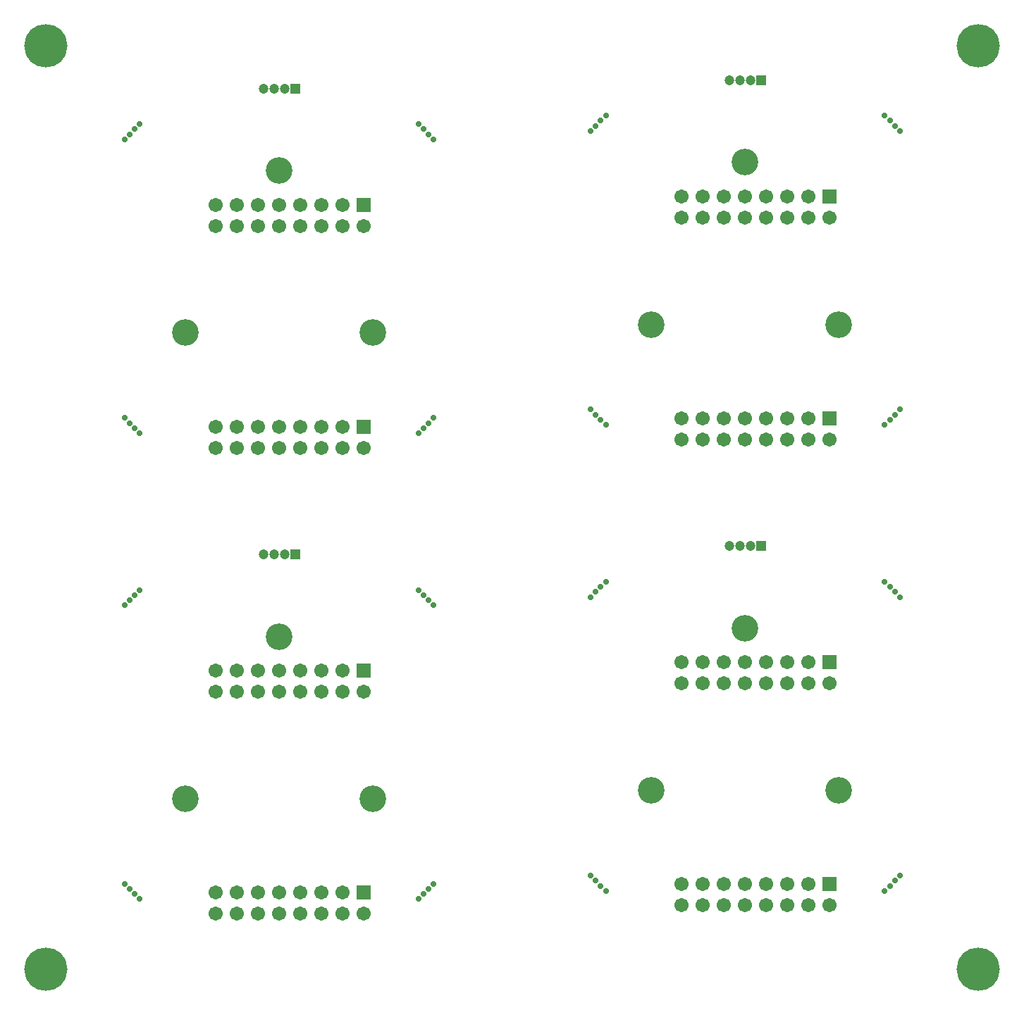
<source format=gbr>
G04*
G04 #@! TF.GenerationSoftware,Altium Limited,Altium Designer,22.4.2 (48)*
G04*
G04 Layer_Color=16711935*
%FSLAX25Y25*%
%MOIN*%
G70*
G04*
G04 #@! TF.SameCoordinates,07826E36-B380-4A6F-B001-D1C9A550E451*
G04*
G04*
G04 #@! TF.FilePolarity,Negative*
G04*
G01*
G75*
%ADD20C,0.20485*%
%ADD21C,0.02769*%
%ADD22C,0.04737*%
%ADD23R,0.04737X0.04737*%
%ADD24C,0.12611*%
%ADD25C,0.06706*%
%ADD26R,0.06706X0.06706*%
D20*
X-110236Y330709D02*
D03*
Y-106299D02*
D03*
X330709D02*
D03*
Y330709D02*
D03*
D21*
X286332Y297554D02*
D03*
X288844Y295211D02*
D03*
X291274Y292781D02*
D03*
X293617Y290269D02*
D03*
Y158550D02*
D03*
X291274Y156038D02*
D03*
X288844Y153608D02*
D03*
X286332Y151265D02*
D03*
X154613D02*
D03*
X152101Y153608D02*
D03*
X149671Y156038D02*
D03*
X147328Y158550D02*
D03*
X154613Y297554D02*
D03*
X152101Y295211D02*
D03*
X149671Y292781D02*
D03*
X147328Y290269D02*
D03*
X286332Y77081D02*
D03*
X288844Y74738D02*
D03*
X291274Y72309D02*
D03*
X293617Y69796D02*
D03*
Y-61922D02*
D03*
X291274Y-64435D02*
D03*
X288844Y-66864D02*
D03*
X286332Y-69207D02*
D03*
X154613D02*
D03*
X152101Y-66864D02*
D03*
X149671Y-64435D02*
D03*
X147328Y-61922D02*
D03*
X154613Y77081D02*
D03*
X152101Y74738D02*
D03*
X149671Y72309D02*
D03*
X147328Y69796D02*
D03*
X-73144Y65859D02*
D03*
X-70801Y68372D02*
D03*
X-68372Y70801D02*
D03*
X-65859Y73144D02*
D03*
X-73144Y-65859D02*
D03*
X-70801Y-68372D02*
D03*
X-68372Y-70801D02*
D03*
X-65859Y-73144D02*
D03*
X65859D02*
D03*
X68372Y-70801D02*
D03*
X70801Y-68372D02*
D03*
X73144Y-65859D02*
D03*
Y65859D02*
D03*
X70801Y68372D02*
D03*
X68372Y70801D02*
D03*
X65859Y73144D02*
D03*
X-73144Y286332D02*
D03*
X-70801Y288844D02*
D03*
X-68372Y291274D02*
D03*
X-65859Y293617D02*
D03*
X-73144Y154613D02*
D03*
X-70801Y152101D02*
D03*
X-68372Y149671D02*
D03*
X-65859Y147328D02*
D03*
X65859D02*
D03*
X68372Y149671D02*
D03*
X70801Y152101D02*
D03*
X73144Y154613D02*
D03*
Y286332D02*
D03*
X70801Y288844D02*
D03*
X68372Y291274D02*
D03*
X65859Y293617D02*
D03*
D22*
X212972Y314409D02*
D03*
X217972D02*
D03*
X222972D02*
D03*
X212972Y93937D02*
D03*
X217972D02*
D03*
X222972D02*
D03*
X-7500Y90000D02*
D03*
X-2500D02*
D03*
X2500D02*
D03*
X-7500Y310472D02*
D03*
X-2500D02*
D03*
X2500D02*
D03*
D23*
X227972Y314409D02*
D03*
Y93937D02*
D03*
X7500Y90000D02*
D03*
Y310472D02*
D03*
D24*
X176148Y198819D02*
D03*
X264797D02*
D03*
X220472Y275590D02*
D03*
X176148Y-21654D02*
D03*
X264797D02*
D03*
X220472Y55118D02*
D03*
X-44324Y-25591D02*
D03*
X44324D02*
D03*
X0Y51181D02*
D03*
X-44324Y194882D02*
D03*
X44324D02*
D03*
X0Y271654D02*
D03*
D25*
X230472Y249410D02*
D03*
Y259409D02*
D03*
X260472Y249410D02*
D03*
X250472Y259409D02*
D03*
Y249410D02*
D03*
X240472Y259409D02*
D03*
Y249410D02*
D03*
X220472Y259409D02*
D03*
Y249410D02*
D03*
X210472Y259409D02*
D03*
Y249410D02*
D03*
X200472Y259409D02*
D03*
Y249410D02*
D03*
X190472Y259409D02*
D03*
Y249410D02*
D03*
X230472Y144409D02*
D03*
Y154409D02*
D03*
X260472Y144409D02*
D03*
X250472Y154409D02*
D03*
Y144409D02*
D03*
X240472Y154409D02*
D03*
Y144409D02*
D03*
X220472Y154409D02*
D03*
Y144409D02*
D03*
X210472Y154409D02*
D03*
Y144409D02*
D03*
X200472Y154409D02*
D03*
Y144409D02*
D03*
X190472Y154409D02*
D03*
Y144409D02*
D03*
X230472Y28937D02*
D03*
Y38937D02*
D03*
X260472Y28937D02*
D03*
X250472Y38937D02*
D03*
Y28937D02*
D03*
X240472Y38937D02*
D03*
Y28937D02*
D03*
X220472Y38937D02*
D03*
Y28937D02*
D03*
X210472Y38937D02*
D03*
Y28937D02*
D03*
X200472Y38937D02*
D03*
Y28937D02*
D03*
X190472Y38937D02*
D03*
Y28937D02*
D03*
X230472Y-76063D02*
D03*
Y-66063D02*
D03*
X260472Y-76063D02*
D03*
X250472Y-66063D02*
D03*
Y-76063D02*
D03*
X240472Y-66063D02*
D03*
Y-76063D02*
D03*
X220472Y-66063D02*
D03*
Y-76063D02*
D03*
X210472Y-66063D02*
D03*
Y-76063D02*
D03*
X200472Y-66063D02*
D03*
Y-76063D02*
D03*
X190472Y-66063D02*
D03*
Y-76063D02*
D03*
X10000Y25000D02*
D03*
Y35000D02*
D03*
X40000Y25000D02*
D03*
X30000Y35000D02*
D03*
Y25000D02*
D03*
X20000Y35000D02*
D03*
Y25000D02*
D03*
X0Y35000D02*
D03*
Y25000D02*
D03*
X-10000Y35000D02*
D03*
Y25000D02*
D03*
X-20000Y35000D02*
D03*
Y25000D02*
D03*
X-30000Y35000D02*
D03*
Y25000D02*
D03*
X10000Y-80000D02*
D03*
Y-70000D02*
D03*
X40000Y-80000D02*
D03*
X30000Y-70000D02*
D03*
Y-80000D02*
D03*
X20000Y-70000D02*
D03*
Y-80000D02*
D03*
X0Y-70000D02*
D03*
Y-80000D02*
D03*
X-10000Y-70000D02*
D03*
Y-80000D02*
D03*
X-20000Y-70000D02*
D03*
Y-80000D02*
D03*
X-30000Y-70000D02*
D03*
Y-80000D02*
D03*
X10000Y245472D02*
D03*
Y255472D02*
D03*
X40000Y245472D02*
D03*
X30000Y255472D02*
D03*
Y245472D02*
D03*
X20000Y255472D02*
D03*
Y245472D02*
D03*
X0Y255472D02*
D03*
Y245472D02*
D03*
X-10000Y255472D02*
D03*
Y245472D02*
D03*
X-20000Y255472D02*
D03*
Y245472D02*
D03*
X-30000Y255472D02*
D03*
Y245472D02*
D03*
X10000Y140472D02*
D03*
Y150472D02*
D03*
X40000Y140472D02*
D03*
X30000Y150472D02*
D03*
Y140472D02*
D03*
X20000Y150472D02*
D03*
Y140472D02*
D03*
X0Y150472D02*
D03*
Y140472D02*
D03*
X-10000Y150472D02*
D03*
Y140472D02*
D03*
X-20000Y150472D02*
D03*
Y140472D02*
D03*
X-30000Y150472D02*
D03*
Y140472D02*
D03*
D26*
X260472Y259409D02*
D03*
Y154409D02*
D03*
Y38937D02*
D03*
Y-66063D02*
D03*
X40000Y35000D02*
D03*
Y-70000D02*
D03*
Y255472D02*
D03*
Y150472D02*
D03*
M02*

</source>
